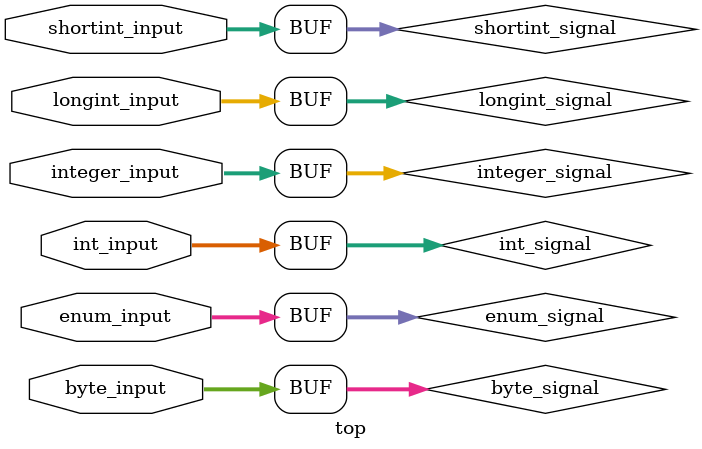
<source format=sv>

typedef enum {
    A,
    B,
    C = 45,
    D = 123789
} enum_e;

module top (
    input enum_e enum_input,
    input byte byte_input,
    input shortint shortint_input,
    input int int_input,
    input longint longint_input,
    input integer integer_input
);
    enum_e enum_signal;
    byte byte_signal;
    shortint shortint_signal;
    int int_signal;
    longint longint_signal;
    integer integer_signal;

/* Icarus optimizes out the undriven signals.
 * Verilator updates the signals every evaluation cycle.
 * This should work considering most event-base simulators will only run the constant
 * assignment, overwriting the signal values, if the driver values are updated, which
 * isn't a problem for our test.
 */
`ifndef VERILATOR
    assign enum_signal = enum_input;
    assign byte_signal = byte_input;
    assign shortint_signal = shortint_input;
    assign int_signal = int_input;
    assign longint_signal = longint_input;
    assign integer_signal = integer_input;
`endif  /* VERILATOR */

endmodule

</source>
